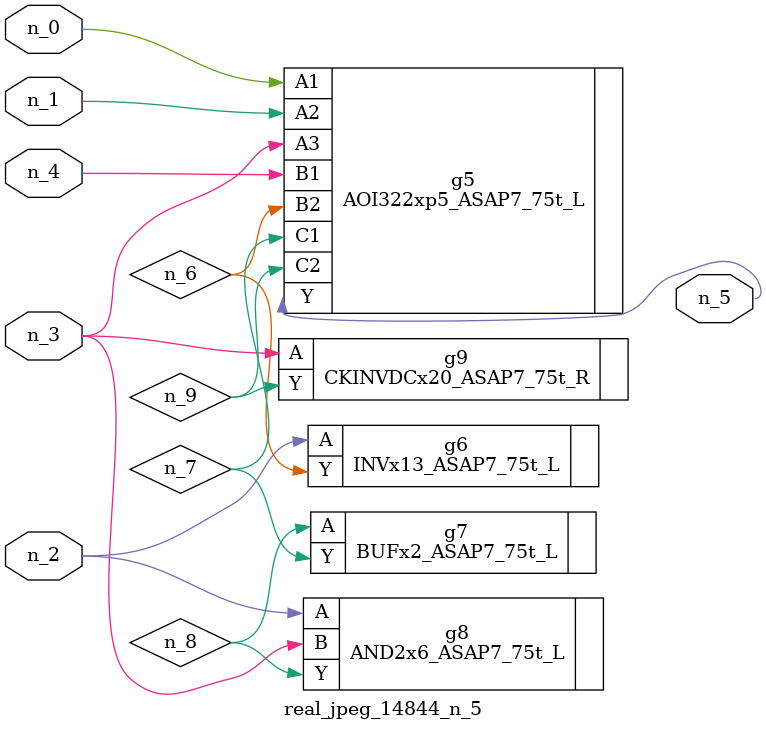
<source format=v>
module real_jpeg_14844_n_5 (n_4, n_0, n_1, n_2, n_3, n_5);

input n_4;
input n_0;
input n_1;
input n_2;
input n_3;

output n_5;

wire n_8;
wire n_6;
wire n_7;
wire n_9;

AOI322xp5_ASAP7_75t_L g5 ( 
.A1(n_0),
.A2(n_1),
.A3(n_3),
.B1(n_4),
.B2(n_6),
.C1(n_7),
.C2(n_9),
.Y(n_5)
);

INVx13_ASAP7_75t_L g6 ( 
.A(n_2),
.Y(n_6)
);

AND2x6_ASAP7_75t_L g8 ( 
.A(n_2),
.B(n_3),
.Y(n_8)
);

CKINVDCx20_ASAP7_75t_R g9 ( 
.A(n_3),
.Y(n_9)
);

BUFx2_ASAP7_75t_L g7 ( 
.A(n_8),
.Y(n_7)
);


endmodule
</source>
